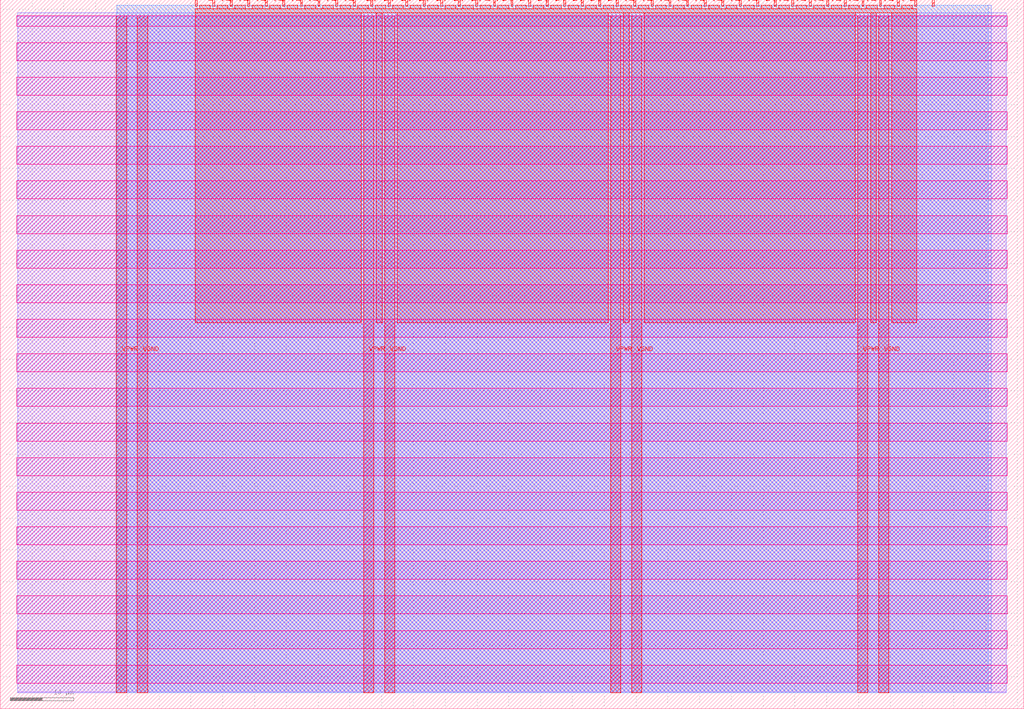
<source format=lef>
VERSION 5.7 ;
  NOWIREEXTENSIONATPIN ON ;
  DIVIDERCHAR "/" ;
  BUSBITCHARS "[]" ;
MACRO tt_um_roy1707018
  CLASS BLOCK ;
  FOREIGN tt_um_roy1707018 ;
  ORIGIN 0.000 0.000 ;
  SIZE 161.000 BY 111.520 ;
  PIN VGND
    DIRECTION INOUT ;
    USE GROUND ;
    PORT
      LAYER met4 ;
        RECT 21.580 2.480 23.180 109.040 ;
    END
    PORT
      LAYER met4 ;
        RECT 60.450 2.480 62.050 109.040 ;
    END
    PORT
      LAYER met4 ;
        RECT 99.320 2.480 100.920 109.040 ;
    END
    PORT
      LAYER met4 ;
        RECT 138.190 2.480 139.790 109.040 ;
    END
  END VGND
  PIN VPWR
    DIRECTION INOUT ;
    USE POWER ;
    PORT
      LAYER met4 ;
        RECT 18.280 2.480 19.880 109.040 ;
    END
    PORT
      LAYER met4 ;
        RECT 57.150 2.480 58.750 109.040 ;
    END
    PORT
      LAYER met4 ;
        RECT 96.020 2.480 97.620 109.040 ;
    END
    PORT
      LAYER met4 ;
        RECT 134.890 2.480 136.490 109.040 ;
    END
  END VPWR
  PIN clk
    DIRECTION INPUT ;
    USE SIGNAL ;
    ANTENNAGATEAREA 0.852000 ;
    PORT
      LAYER met4 ;
        RECT 143.830 110.520 144.130 111.520 ;
    END
  END clk
  PIN ena
    DIRECTION INPUT ;
    USE SIGNAL ;
    PORT
      LAYER met4 ;
        RECT 146.590 110.520 146.890 111.520 ;
    END
  END ena
  PIN rst_n
    DIRECTION INPUT ;
    USE SIGNAL ;
    ANTENNAGATEAREA 0.196500 ;
    PORT
      LAYER met4 ;
        RECT 141.070 110.520 141.370 111.520 ;
    END
  END rst_n
  PIN ui_in[0]
    DIRECTION INPUT ;
    USE SIGNAL ;
    ANTENNAGATEAREA 0.196500 ;
    PORT
      LAYER met4 ;
        RECT 138.310 110.520 138.610 111.520 ;
    END
  END ui_in[0]
  PIN ui_in[1]
    DIRECTION INPUT ;
    USE SIGNAL ;
    ANTENNAGATEAREA 0.196500 ;
    PORT
      LAYER met4 ;
        RECT 135.550 110.520 135.850 111.520 ;
    END
  END ui_in[1]
  PIN ui_in[2]
    DIRECTION INPUT ;
    USE SIGNAL ;
    ANTENNAGATEAREA 0.159000 ;
    PORT
      LAYER met4 ;
        RECT 132.790 110.520 133.090 111.520 ;
    END
  END ui_in[2]
  PIN ui_in[3]
    DIRECTION INPUT ;
    USE SIGNAL ;
    ANTENNAGATEAREA 0.159000 ;
    PORT
      LAYER met4 ;
        RECT 130.030 110.520 130.330 111.520 ;
    END
  END ui_in[3]
  PIN ui_in[4]
    DIRECTION INPUT ;
    USE SIGNAL ;
    ANTENNAGATEAREA 0.196500 ;
    PORT
      LAYER met4 ;
        RECT 127.270 110.520 127.570 111.520 ;
    END
  END ui_in[4]
  PIN ui_in[5]
    DIRECTION INPUT ;
    USE SIGNAL ;
    ANTENNAGATEAREA 0.196500 ;
    PORT
      LAYER met4 ;
        RECT 124.510 110.520 124.810 111.520 ;
    END
  END ui_in[5]
  PIN ui_in[6]
    DIRECTION INPUT ;
    USE SIGNAL ;
    ANTENNAGATEAREA 0.196500 ;
    PORT
      LAYER met4 ;
        RECT 121.750 110.520 122.050 111.520 ;
    END
  END ui_in[6]
  PIN ui_in[7]
    DIRECTION INPUT ;
    USE SIGNAL ;
    ANTENNAGATEAREA 0.196500 ;
    PORT
      LAYER met4 ;
        RECT 118.990 110.520 119.290 111.520 ;
    END
  END ui_in[7]
  PIN uio_in[0]
    DIRECTION INPUT ;
    USE SIGNAL ;
    PORT
      LAYER met4 ;
        RECT 116.230 110.520 116.530 111.520 ;
    END
  END uio_in[0]
  PIN uio_in[1]
    DIRECTION INPUT ;
    USE SIGNAL ;
    PORT
      LAYER met4 ;
        RECT 113.470 110.520 113.770 111.520 ;
    END
  END uio_in[1]
  PIN uio_in[2]
    DIRECTION INPUT ;
    USE SIGNAL ;
    PORT
      LAYER met4 ;
        RECT 110.710 110.520 111.010 111.520 ;
    END
  END uio_in[2]
  PIN uio_in[3]
    DIRECTION INPUT ;
    USE SIGNAL ;
    PORT
      LAYER met4 ;
        RECT 107.950 110.520 108.250 111.520 ;
    END
  END uio_in[3]
  PIN uio_in[4]
    DIRECTION INPUT ;
    USE SIGNAL ;
    PORT
      LAYER met4 ;
        RECT 105.190 110.520 105.490 111.520 ;
    END
  END uio_in[4]
  PIN uio_in[5]
    DIRECTION INPUT ;
    USE SIGNAL ;
    PORT
      LAYER met4 ;
        RECT 102.430 110.520 102.730 111.520 ;
    END
  END uio_in[5]
  PIN uio_in[6]
    DIRECTION INPUT ;
    USE SIGNAL ;
    PORT
      LAYER met4 ;
        RECT 99.670 110.520 99.970 111.520 ;
    END
  END uio_in[6]
  PIN uio_in[7]
    DIRECTION INPUT ;
    USE SIGNAL ;
    PORT
      LAYER met4 ;
        RECT 96.910 110.520 97.210 111.520 ;
    END
  END uio_in[7]
  PIN uio_oe[0]
    DIRECTION OUTPUT ;
    USE SIGNAL ;
    ANTENNADIFFAREA 0.445500 ;
    PORT
      LAYER met4 ;
        RECT 49.990 110.520 50.290 111.520 ;
    END
  END uio_oe[0]
  PIN uio_oe[1]
    DIRECTION OUTPUT ;
    USE SIGNAL ;
    ANTENNADIFFAREA 0.445500 ;
    PORT
      LAYER met4 ;
        RECT 47.230 110.520 47.530 111.520 ;
    END
  END uio_oe[1]
  PIN uio_oe[2]
    DIRECTION OUTPUT ;
    USE SIGNAL ;
    ANTENNADIFFAREA 0.445500 ;
    PORT
      LAYER met4 ;
        RECT 44.470 110.520 44.770 111.520 ;
    END
  END uio_oe[2]
  PIN uio_oe[3]
    DIRECTION OUTPUT ;
    USE SIGNAL ;
    ANTENNADIFFAREA 0.445500 ;
    PORT
      LAYER met4 ;
        RECT 41.710 110.520 42.010 111.520 ;
    END
  END uio_oe[3]
  PIN uio_oe[4]
    DIRECTION OUTPUT ;
    USE SIGNAL ;
    ANTENNADIFFAREA 0.445500 ;
    PORT
      LAYER met4 ;
        RECT 38.950 110.520 39.250 111.520 ;
    END
  END uio_oe[4]
  PIN uio_oe[5]
    DIRECTION OUTPUT ;
    USE SIGNAL ;
    ANTENNADIFFAREA 0.445500 ;
    PORT
      LAYER met4 ;
        RECT 36.190 110.520 36.490 111.520 ;
    END
  END uio_oe[5]
  PIN uio_oe[6]
    DIRECTION OUTPUT ;
    USE SIGNAL ;
    ANTENNADIFFAREA 0.445500 ;
    PORT
      LAYER met4 ;
        RECT 33.430 110.520 33.730 111.520 ;
    END
  END uio_oe[6]
  PIN uio_oe[7]
    DIRECTION OUTPUT ;
    USE SIGNAL ;
    ANTENNADIFFAREA 0.445500 ;
    PORT
      LAYER met4 ;
        RECT 30.670 110.520 30.970 111.520 ;
    END
  END uio_oe[7]
  PIN uio_out[0]
    DIRECTION OUTPUT ;
    USE SIGNAL ;
    ANTENNADIFFAREA 0.445500 ;
    PORT
      LAYER met4 ;
        RECT 72.070 110.520 72.370 111.520 ;
    END
  END uio_out[0]
  PIN uio_out[1]
    DIRECTION OUTPUT ;
    USE SIGNAL ;
    ANTENNADIFFAREA 0.445500 ;
    PORT
      LAYER met4 ;
        RECT 69.310 110.520 69.610 111.520 ;
    END
  END uio_out[1]
  PIN uio_out[2]
    DIRECTION OUTPUT ;
    USE SIGNAL ;
    ANTENNADIFFAREA 0.445500 ;
    PORT
      LAYER met4 ;
        RECT 66.550 110.520 66.850 111.520 ;
    END
  END uio_out[2]
  PIN uio_out[3]
    DIRECTION OUTPUT ;
    USE SIGNAL ;
    ANTENNADIFFAREA 0.445500 ;
    PORT
      LAYER met4 ;
        RECT 63.790 110.520 64.090 111.520 ;
    END
  END uio_out[3]
  PIN uio_out[4]
    DIRECTION OUTPUT ;
    USE SIGNAL ;
    ANTENNADIFFAREA 0.445500 ;
    PORT
      LAYER met4 ;
        RECT 61.030 110.520 61.330 111.520 ;
    END
  END uio_out[4]
  PIN uio_out[5]
    DIRECTION OUTPUT ;
    USE SIGNAL ;
    ANTENNADIFFAREA 0.445500 ;
    PORT
      LAYER met4 ;
        RECT 58.270 110.520 58.570 111.520 ;
    END
  END uio_out[5]
  PIN uio_out[6]
    DIRECTION OUTPUT ;
    USE SIGNAL ;
    ANTENNADIFFAREA 0.445500 ;
    PORT
      LAYER met4 ;
        RECT 55.510 110.520 55.810 111.520 ;
    END
  END uio_out[6]
  PIN uio_out[7]
    DIRECTION OUTPUT ;
    USE SIGNAL ;
    ANTENNADIFFAREA 0.445500 ;
    PORT
      LAYER met4 ;
        RECT 52.750 110.520 53.050 111.520 ;
    END
  END uio_out[7]
  PIN uo_out[0]
    DIRECTION OUTPUT ;
    USE SIGNAL ;
    ANTENNADIFFAREA 1.721000 ;
    PORT
      LAYER met4 ;
        RECT 94.150 110.520 94.450 111.520 ;
    END
  END uo_out[0]
  PIN uo_out[1]
    DIRECTION OUTPUT ;
    USE SIGNAL ;
    ANTENNADIFFAREA 1.721000 ;
    PORT
      LAYER met4 ;
        RECT 91.390 110.520 91.690 111.520 ;
    END
  END uo_out[1]
  PIN uo_out[2]
    DIRECTION OUTPUT ;
    USE SIGNAL ;
    ANTENNADIFFAREA 1.721000 ;
    PORT
      LAYER met4 ;
        RECT 88.630 110.520 88.930 111.520 ;
    END
  END uo_out[2]
  PIN uo_out[3]
    DIRECTION OUTPUT ;
    USE SIGNAL ;
    ANTENNADIFFAREA 1.721000 ;
    PORT
      LAYER met4 ;
        RECT 85.870 110.520 86.170 111.520 ;
    END
  END uo_out[3]
  PIN uo_out[4]
    DIRECTION OUTPUT ;
    USE SIGNAL ;
    ANTENNADIFFAREA 1.524450 ;
    PORT
      LAYER met4 ;
        RECT 83.110 110.520 83.410 111.520 ;
    END
  END uo_out[4]
  PIN uo_out[5]
    DIRECTION OUTPUT ;
    USE SIGNAL ;
    ANTENNADIFFAREA 0.795200 ;
    PORT
      LAYER met4 ;
        RECT 80.350 110.520 80.650 111.520 ;
    END
  END uo_out[5]
  PIN uo_out[6]
    DIRECTION OUTPUT ;
    USE SIGNAL ;
    ANTENNADIFFAREA 0.795200 ;
    PORT
      LAYER met4 ;
        RECT 77.590 110.520 77.890 111.520 ;
    END
  END uo_out[6]
  PIN uo_out[7]
    DIRECTION OUTPUT ;
    USE SIGNAL ;
    ANTENNADIFFAREA 0.795200 ;
    PORT
      LAYER met4 ;
        RECT 74.830 110.520 75.130 111.520 ;
    END
  END uo_out[7]
  OBS
      LAYER nwell ;
        RECT 2.570 107.385 158.430 108.990 ;
        RECT 2.570 101.945 158.430 104.775 ;
        RECT 2.570 96.505 158.430 99.335 ;
        RECT 2.570 91.065 158.430 93.895 ;
        RECT 2.570 85.625 158.430 88.455 ;
        RECT 2.570 80.185 158.430 83.015 ;
        RECT 2.570 74.745 158.430 77.575 ;
        RECT 2.570 69.305 158.430 72.135 ;
        RECT 2.570 63.865 158.430 66.695 ;
        RECT 2.570 58.425 158.430 61.255 ;
        RECT 2.570 52.985 158.430 55.815 ;
        RECT 2.570 47.545 158.430 50.375 ;
        RECT 2.570 42.105 158.430 44.935 ;
        RECT 2.570 36.665 158.430 39.495 ;
        RECT 2.570 31.225 158.430 34.055 ;
        RECT 2.570 25.785 158.430 28.615 ;
        RECT 2.570 20.345 158.430 23.175 ;
        RECT 2.570 14.905 158.430 17.735 ;
        RECT 2.570 9.465 158.430 12.295 ;
        RECT 2.570 4.025 158.430 6.855 ;
      LAYER li1 ;
        RECT 2.760 2.635 158.240 108.885 ;
      LAYER met1 ;
        RECT 2.760 2.480 158.240 109.440 ;
      LAYER met2 ;
        RECT 18.310 2.535 155.840 110.685 ;
      LAYER met3 ;
        RECT 18.290 2.555 155.415 110.665 ;
      LAYER met4 ;
        RECT 31.370 110.120 33.030 110.665 ;
        RECT 34.130 110.120 35.790 110.665 ;
        RECT 36.890 110.120 38.550 110.665 ;
        RECT 39.650 110.120 41.310 110.665 ;
        RECT 42.410 110.120 44.070 110.665 ;
        RECT 45.170 110.120 46.830 110.665 ;
        RECT 47.930 110.120 49.590 110.665 ;
        RECT 50.690 110.120 52.350 110.665 ;
        RECT 53.450 110.120 55.110 110.665 ;
        RECT 56.210 110.120 57.870 110.665 ;
        RECT 58.970 110.120 60.630 110.665 ;
        RECT 61.730 110.120 63.390 110.665 ;
        RECT 64.490 110.120 66.150 110.665 ;
        RECT 67.250 110.120 68.910 110.665 ;
        RECT 70.010 110.120 71.670 110.665 ;
        RECT 72.770 110.120 74.430 110.665 ;
        RECT 75.530 110.120 77.190 110.665 ;
        RECT 78.290 110.120 79.950 110.665 ;
        RECT 81.050 110.120 82.710 110.665 ;
        RECT 83.810 110.120 85.470 110.665 ;
        RECT 86.570 110.120 88.230 110.665 ;
        RECT 89.330 110.120 90.990 110.665 ;
        RECT 92.090 110.120 93.750 110.665 ;
        RECT 94.850 110.120 96.510 110.665 ;
        RECT 97.610 110.120 99.270 110.665 ;
        RECT 100.370 110.120 102.030 110.665 ;
        RECT 103.130 110.120 104.790 110.665 ;
        RECT 105.890 110.120 107.550 110.665 ;
        RECT 108.650 110.120 110.310 110.665 ;
        RECT 111.410 110.120 113.070 110.665 ;
        RECT 114.170 110.120 115.830 110.665 ;
        RECT 116.930 110.120 118.590 110.665 ;
        RECT 119.690 110.120 121.350 110.665 ;
        RECT 122.450 110.120 124.110 110.665 ;
        RECT 125.210 110.120 126.870 110.665 ;
        RECT 127.970 110.120 129.630 110.665 ;
        RECT 130.730 110.120 132.390 110.665 ;
        RECT 133.490 110.120 135.150 110.665 ;
        RECT 136.250 110.120 137.910 110.665 ;
        RECT 139.010 110.120 140.670 110.665 ;
        RECT 141.770 110.120 143.430 110.665 ;
        RECT 30.655 109.440 144.145 110.120 ;
        RECT 30.655 60.695 56.750 109.440 ;
        RECT 59.150 60.695 60.050 109.440 ;
        RECT 62.450 60.695 95.620 109.440 ;
        RECT 98.020 60.695 98.920 109.440 ;
        RECT 101.320 60.695 134.490 109.440 ;
        RECT 136.890 60.695 137.790 109.440 ;
        RECT 140.190 60.695 144.145 109.440 ;
  END
END tt_um_roy1707018
END LIBRARY


</source>
